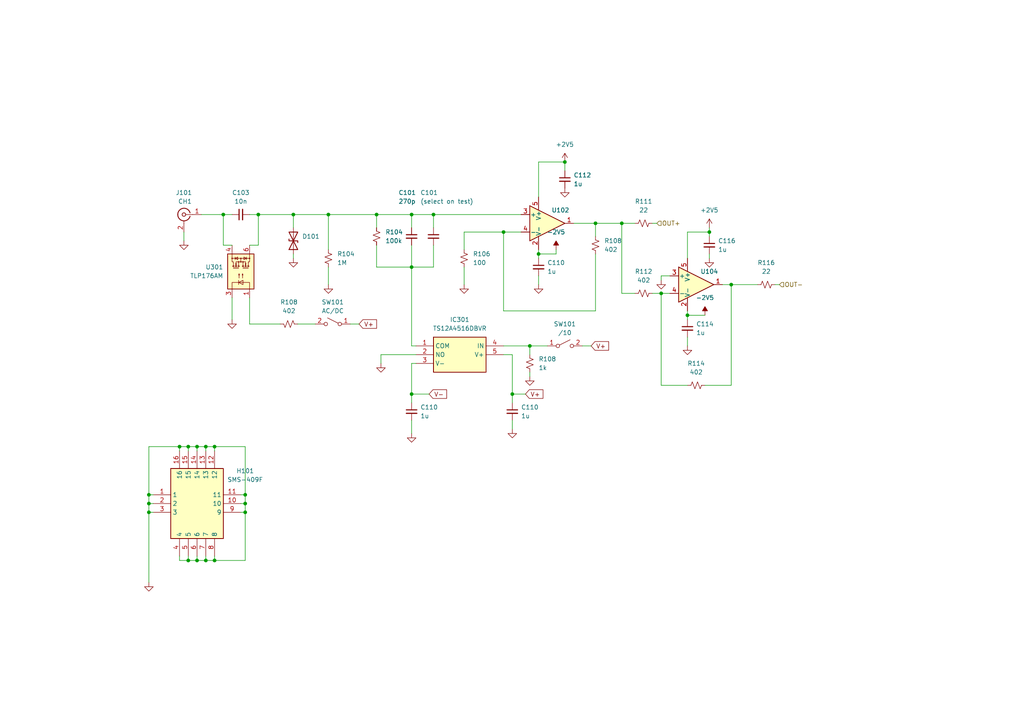
<source format=kicad_sch>
(kicad_sch (version 20230121) (generator eeschema)
  (paper "A4")
  (lib_symbols
    (symbol "Amplifier_Operational:OPA356xxDBV" (pin_names (offset 0.127))
      (property "Reference" "U" (at -1.27 6.35 0))
      (property "Value" "OPA356xxDBV" (at -1.27 3.81 0))
      (symbol "OPA356xxDBV_0_1"
        (polyline (pts (xy -5.08 5.08) (xy 5.08 0) (xy -5.08 -5.08) (xy -5.08 5.08)) (stroke (width 0.254)) (fill (type background)))
        (pin power_in line (at -2.54 -7.62 90) (length 3.81) (name "V-") (number "2"))
        (pin power_in line (at -2.54 7.62 270) (length 3.81) (name "V+") (number "5"))
      )
      (symbol "OPA356xxDBV_1_1"
        (pin output line (at 7.62 0 180) (length 2.54) (name "~") (number "1"))
        (pin input line (at -7.62 2.54 0) (length 2.54) (name "+") (number "3"))
        (pin input line (at -7.62 -2.54 0) (length 2.54) (name "-") (number "4"))
      )
    )
    (symbol "Connector:Conn_Coaxial" (pin_names (offset 1.016) hide)
      (property "Reference" "J" (at 0.254 3.048 0))
      (property "Value" "Conn_Coaxial" (at 2.921 0 90))
      (symbol "Conn_Coaxial_0_1"
        (arc (start -1.778 -0.508) (mid 0.2311 -1.8066) (end 1.778 0) (stroke (width 0.254)))
        (polyline (pts (xy -2.54 0) (xy -0.508 0)))
        (polyline (pts (xy 0 -2.54) (xy 0 -1.778)))
        (circle (center 0 0) (radius 0.508) (stroke (width 0.2032)))
        (arc (start 1.778 0) (mid 0.2099 1.8101) (end -1.778 0.508) (stroke (width 0.254)))
      )
      (symbol "Conn_Coaxial_1_1"
        (pin passive line (at -5.08 0 0) (length 2.54) (name "In") (number "1"))
        (pin passive line (at 0 -5.08 90) (length 2.54) (name "Ext") (number "2"))
      )
    )
    (symbol "Device:C_Small" (pin_numbers hide) (pin_names (offset 0.254) hide)
      (property "Reference" "C" (at 0.254 1.778 0))
      (property "Value" "C_Small" (at 0.254 -2.032 0))
      (symbol "C_Small_0_1"
        (polyline (pts (xy -1.524 -0.508) (xy 1.524 -0.508)) (stroke (width 0.3302)))
        (polyline (pts (xy -1.524 0.508) (xy 1.524 0.508)) (stroke (width 0.3048)))
      )
      (symbol "C_Small_1_1"
        (pin passive line (at 0 2.54 270) (length 2.032) (name "~") (number "1"))
        (pin passive line (at 0 -2.54 90) (length 2.032) (name "~") (number "2"))
      )
    )
    (symbol "Device:D_TVS" (pin_numbers hide) (pin_names (offset 1.016) hide)
      (property "Reference" "D" (at 0 2.54 0))
      (property "Value" "D_TVS" (at 0 -2.54 0))
      (symbol "D_TVS_0_1"
        (polyline (pts (xy 1.27 0) (xy -1.27 0)))
        (polyline (pts (xy 0.508 1.27) (xy 0 1.27) (xy 0 -1.27) (xy -0.508 -1.27)) (stroke (width 0.254)))
        (polyline (pts (xy -2.54 1.27) (xy -2.54 -1.27) (xy 2.54 1.27) (xy 2.54 -1.27) (xy -2.54 1.27)) (stroke (width 0.254)))
      )
      (symbol "D_TVS_1_1"
        (pin passive line (at -3.81 0 0) (length 2.54) (name "A1") (number "1"))
        (pin passive line (at 3.81 0 180) (length 2.54) (name "A2") (number "2"))
      )
    )
    (symbol "Device:R_Small_US" (pin_numbers hide) (pin_names (offset 0.254) hide)
      (property "Reference" "R" (at 0.762 0.508 0))
      (property "Value" "R_Small_US" (at 0.762 -1.016 0))
      (symbol "R_Small_US_1_1"
        (polyline (pts (xy 0 0) (xy 1.016 -0.381) (xy 0 -0.762) (xy -1.016 -1.143) (xy 0 -1.524)))
        (polyline (pts (xy 0 1.524) (xy 1.016 1.143) (xy 0 0.762) (xy -1.016 0.381) (xy 0 0)))
        (pin passive line (at 0 2.54 270) (length 1.016) (name "~") (number "1"))
        (pin passive line (at 0 -2.54 90) (length 1.016) (name "~") (number "2"))
      )
    )
    (symbol "Relay_SolidState:TLP175A"
      (property "Reference" "U" (at -5.08 4.953 0))
      (property "Value" "TLP175A" (at -5.08 -5.08 0))
      (symbol "TLP175A_0_1"
        (rectangle (start -5.08 3.81) (end 5.08 -3.81) (stroke (width 0.254)) (fill (type background)))
        (polyline (pts (xy -3.81 -0.635) (xy -2.54 -0.635)))
        (polyline (pts (xy 1.016 -0.635) (xy 1.016 -2.159)) (stroke (width 0.2032)))
        (polyline (pts (xy 1.016 2.159) (xy 1.016 0.635)) (stroke (width 0.2032)))
        (polyline (pts (xy 1.524 -0.508) (xy 1.524 -0.762)) (stroke (width 0.3556)))
        (polyline (pts (xy 2.794 0) (xy 3.81 0)))
        (polyline (pts (xy 3.429 -1.651) (xy 4.191 -1.651)))
        (polyline (pts (xy 3.429 1.651) (xy 4.191 1.651)))
        (polyline (pts (xy 3.81 -2.54) (xy 3.81 2.54)))
        (polyline (pts (xy 1.524 -2.032) (xy 1.524 -2.286) (xy 1.524 -2.286)) (stroke (width 0.3556)))
        (polyline (pts (xy 1.524 -1.27) (xy 1.524 -1.524) (xy 1.524 -1.524)) (stroke (width 0.3556)))
        (polyline (pts (xy 1.524 0.762) (xy 1.524 0.508) (xy 1.524 0.508)) (stroke (width 0.3556)))
        (polyline (pts (xy 1.524 1.524) (xy 1.524 1.27) (xy 1.524 1.27)) (stroke (width 0.3556)))
        (polyline (pts (xy 1.524 2.286) (xy 1.524 2.032) (xy 1.524 2.032)) (stroke (width 0.3556)))
        (polyline (pts (xy 1.651 -1.397) (xy 2.794 -1.397) (xy 2.794 -0.635)))
        (polyline (pts (xy 1.651 1.397) (xy 2.794 1.397) (xy 2.794 0.635)))
        (polyline (pts (xy -5.08 2.54) (xy -3.175 2.54) (xy -3.175 -2.54) (xy -5.08 -2.54)))
        (polyline (pts (xy -3.175 -0.635) (xy -3.81 0.635) (xy -2.54 0.635) (xy -3.175 -0.635)))
        (polyline (pts (xy 1.651 -2.159) (xy 2.794 -2.159) (xy 2.794 -2.54) (xy 5.08 -2.54)))
        (polyline (pts (xy 1.651 -0.635) (xy 2.794 -0.635) (xy 2.794 0.635) (xy 1.651 0.635)))
        (polyline (pts (xy 1.651 2.159) (xy 2.794 2.159) (xy 2.794 2.54) (xy 5.08 2.54)))
        (polyline (pts (xy 1.778 -1.397) (xy 2.286 -1.27) (xy 2.286 -1.524) (xy 1.778 -1.397)))
        (polyline (pts (xy 1.778 1.397) (xy 2.286 1.524) (xy 2.286 1.27) (xy 1.778 1.397)))
        (polyline (pts (xy 3.81 -1.651) (xy 3.429 -0.889) (xy 4.191 -0.889) (xy 3.81 -1.651)))
        (polyline (pts (xy 3.81 1.651) (xy 3.429 0.889) (xy 4.191 0.889) (xy 3.81 1.651)))
        (polyline (pts (xy -1.905 -0.508) (xy -0.635 -0.508) (xy -1.016 -0.635) (xy -1.016 -0.381) (xy -0.635 -0.508)))
        (polyline (pts (xy -1.905 0.508) (xy -0.635 0.508) (xy -1.016 0.381) (xy -1.016 0.635) (xy -0.635 0.508)))
        (circle (center 2.794 -0.635) (radius 0.127))
        (circle (center 2.794 0) (radius 0.127))
        (circle (center 2.794 0.635) (radius 0.127))
        (circle (center 3.81 -2.54) (radius 0.127))
        (circle (center 3.81 0) (radius 0.127))
        (circle (center 3.81 2.54) (radius 0.127))
      )
      (symbol "TLP175A_1_1"
        (pin passive line (at -7.62 2.54 0) (length 2.54) (name "~") (number "1"))
        (pin passive line (at -7.62 -2.54 0) (length 2.54) (name "~") (number "3"))
        (pin passive line (at 7.62 -2.54 180) (length 2.54) (name "~") (number "4"))
        (pin passive line (at 7.62 2.54 180) (length 2.54) (name "~") (number "6"))
      )
    )
    (symbol "SMS409F:SMS-409F"
      (property "Reference" "H" (at 21.59 12.7 0))
      (property "Value" "SMS-409F" (at 21.59 10.16 0))
      (symbol "SMS-409F_1_1"
        (rectangle (start 5.08 7.62) (end 20.32 -12.7) (stroke (width 0.254)) (fill (type background)))
        (pin passive line (at 0 0 0) (length 5.08) (name "1") (number "1"))
        (pin passive line (at 25.4 -2.54 180) (length 5.08) (name "10") (number "10"))
        (pin passive line (at 25.4 0 180) (length 5.08) (name "11") (number "11"))
        (pin passive line (at 17.78 12.7 270) (length 5.08) (name "12") (number "12"))
        (pin passive line (at 15.24 12.7 270) (length 5.08) (name "13") (number "13"))
        (pin passive line (at 12.7 12.7 270) (length 5.08) (name "14") (number "14"))
        (pin passive line (at 10.16 12.7 270) (length 5.08) (name "15") (number "15"))
        (pin passive line (at 7.62 12.7 270) (length 5.08) (name "16") (number "16"))
        (pin passive line (at 0 -2.54 0) (length 5.08) (name "2") (number "2"))
        (pin passive line (at 0 -5.08 0) (length 5.08) (name "3") (number "3"))
        (pin passive line (at 7.62 -17.78 90) (length 5.08) (name "4") (number "4"))
        (pin passive line (at 10.16 -17.78 90) (length 5.08) (name "5") (number "5"))
        (pin passive line (at 12.7 -17.78 90) (length 5.08) (name "6") (number "6"))
        (pin passive line (at 15.24 -17.78 90) (length 5.08) (name "7") (number "7"))
        (pin passive line (at 17.78 -17.78 90) (length 5.08) (name "8") (number "8"))
        (pin passive line (at 25.4 -5.08 180) (length 5.08) (name "9") (number "9"))
      )
    )
    (symbol "Switch:SW_SPST" (pin_names (offset 0) hide)
      (property "Reference" "SW" (at 0 3.175 0))
      (property "Value" "SW_SPST" (at 0 -2.54 0))
      (symbol "SW_SPST_0_0"
        (circle (center -2.032 0) (radius 0.508))
        (polyline (pts (xy -1.524 0.254) (xy 1.524 1.778)))
        (circle (center 2.032 0) (radius 0.508))
      )
      (symbol "SW_SPST_1_1"
        (pin passive line (at -5.08 0 0) (length 2.54) (name "A") (number "1"))
        (pin passive line (at 5.08 0 180) (length 2.54) (name "B") (number "2"))
      )
    )
    (symbol "TS12A4516:TS12A4516DBVR"
      (property "Reference" "IC" (at 21.59 7.62 0))
      (property "Value" "TS12A4516DBVR" (at 21.59 5.08 0))
      (symbol "TS12A4516DBVR_1_1"
        (rectangle (start 5.08 2.54) (end 20.32 -7.62) (stroke (width 0.254)) (fill (type background)))
        (pin passive line (at 0 0 0) (length 5.08) (name "COM") (number "1"))
        (pin passive line (at 0 -2.54 0) (length 5.08) (name "NO") (number "2"))
        (pin passive line (at 0 -5.08 0) (length 5.08) (name "V-") (number "3"))
        (pin passive line (at 25.4 0 180) (length 5.08) (name "IN") (number "4"))
        (pin passive line (at 25.4 -2.54 180) (length 5.08) (name "V+") (number "5"))
      )
    )
    (symbol "power:+2V5" (power) (pin_names (offset 0))
      (property "Value" "+2V5" (at 0 3.556 0))
      (symbol "+2V5_0_1"
        (polyline (pts (xy -0.762 1.27) (xy 0 2.54)))
        (polyline (pts (xy 0 0) (xy 0 2.54)))
        (polyline (pts (xy 0 2.54) (xy 0.762 1.27)))
      )
      (symbol "+2V5_1_1"
        (pin power_in line (at 0 0 90) (length 0) hide (name "+2V5") (number "1"))
      )
    )
    (symbol "power:-2V5" (power) (pin_names (offset 0))
      (property "Value" "-2V5" (at 0 3.81 0))
      (symbol "-2V5_0_0"
        (pin power_in line (at 0 0 90) (length 0) hide (name "-2V5") (number "1"))
      )
      (symbol "-2V5_0_1"
        (polyline (pts (xy 0 0) (xy 0 1.27) (xy 0.762 1.27) (xy 0 2.54) (xy -0.762 1.27) (xy 0 1.27)) (fill (type outline)))
      )
    )
    (symbol "power:GND" (power) (pin_names (offset 0))
      (property "Value" "GND" (at 0 -3.81 0))
      (symbol "GND_0_1"
        (polyline (pts (xy 0 0) (xy 0 -1.27) (xy 1.27 -1.27) (xy 0 -2.54) (xy -1.27 -1.27) (xy 0 -1.27)))
      )
      (symbol "GND_1_1"
        (pin power_in line (at 0 0 270) (length 0) hide (name "GND") (number "1"))
      )
    )
  )
  (junction (at 85.09 62.23))
  (junction (at 43.18 143.51))
  (junction (at 156.21 73.66))
  (junction (at 109.22 62.23))
  (junction (at 62.23 129.54))
  (junction (at 119.38 77.47))
  (junction (at 43.18 146.05))
  (junction (at 71.12 143.51))
  (junction (at 59.69 129.54))
  (junction (at 119.38 62.23))
  (junction (at 52.07 129.54))
  (junction (at 199.39 91.44))
  (junction (at 212.09 82.55))
  (junction (at 64.77 62.23))
  (junction (at 191.77 85.09))
  (junction (at 74.93 62.23))
  (junction (at 172.72 64.77))
  (junction (at 119.38 114.3))
  (junction (at 95.25 62.23))
  (junction (at 57.15 162.56))
  (junction (at 205.74 67.31))
  (junction (at 43.18 148.59))
  (junction (at 153.67 100.33))
  (junction (at 71.12 146.05))
  (junction (at 62.23 162.56))
  (junction (at 59.69 162.56))
  (junction (at 54.61 162.56))
  (junction (at 146.05 67.31))
  (junction (at 71.12 148.59))
  (junction (at 57.15 129.54))
  (junction (at 148.59 114.3))
  (junction (at 125.73 62.23))
  (junction (at 163.83 46.99))
  (junction (at 54.61 129.54))
  (junction (at 180.34 64.77))
  (wire (pts (xy 52.07 129.54) (xy 52.07 130.81)))
  (wire (pts (xy 119.38 121.92) (xy 119.38 125.73)))
  (wire (pts (xy 109.22 62.23) (xy 109.22 66.04)))
  (wire (pts (xy 69.85 143.51) (xy 71.12 143.51)))
  (wire (pts (xy 119.38 77.47) (xy 119.38 100.33)))
  (wire (pts (xy 125.73 62.23) (xy 125.73 66.04)))
  (wire (pts (xy 59.69 161.29) (xy 59.69 162.56)))
  (wire (pts (xy 199.39 90.17) (xy 199.39 91.44)))
  (wire (pts (xy 119.38 105.41) (xy 119.38 114.3)))
  (wire (pts (xy 199.39 111.76) (xy 191.77 111.76)))
  (wire (pts (xy 52.07 129.54) (xy 54.61 129.54)))
  (wire (pts (xy 54.61 129.54) (xy 54.61 130.81)))
  (wire (pts (xy 224.79 82.55) (xy 226.06 82.55)))
  (wire (pts (xy 172.72 73.66) (xy 172.72 90.17)))
  (wire (pts (xy 110.49 102.87) (xy 110.49 105.41)))
  (wire (pts (xy 62.23 129.54) (xy 62.23 130.81)))
  (wire (pts (xy 146.05 67.31) (xy 134.62 67.31)))
  (wire (pts (xy 148.59 114.3) (xy 148.59 116.84)))
  (wire (pts (xy 156.21 80.01) (xy 156.21 82.55)))
  (wire (pts (xy 156.21 73.66) (xy 156.21 74.93)))
  (wire (pts (xy 71.12 143.51) (xy 71.12 146.05)))
  (wire (pts (xy 205.74 73.66) (xy 205.74 74.93)))
  (wire (pts (xy 153.67 102.87) (xy 153.67 100.33)))
  (wire (pts (xy 72.39 71.12) (xy 74.93 71.12)))
  (wire (pts (xy 151.13 67.31) (xy 146.05 67.31)))
  (wire (pts (xy 59.69 162.56) (xy 57.15 162.56)))
  (wire (pts (xy 191.77 80.01) (xy 191.77 81.28)))
  (wire (pts (xy 64.77 62.23) (xy 67.31 62.23)))
  (wire (pts (xy 205.74 66.04) (xy 205.74 67.31)))
  (wire (pts (xy 119.38 62.23) (xy 119.38 66.04)))
  (wire (pts (xy 134.62 77.47) (xy 134.62 82.55)))
  (wire (pts (xy 152.4 114.3) (xy 148.59 114.3)))
  (wire (pts (xy 172.72 64.77) (xy 180.34 64.77)))
  (wire (pts (xy 191.77 85.09) (xy 194.31 85.09)))
  (wire (pts (xy 146.05 100.33) (xy 153.67 100.33)))
  (wire (pts (xy 43.18 146.05) (xy 43.18 143.51)))
  (wire (pts (xy 52.07 162.56) (xy 52.07 161.29)))
  (wire (pts (xy 62.23 161.29) (xy 62.23 162.56)))
  (wire (pts (xy 199.39 97.79) (xy 199.39 100.33)))
  (wire (pts (xy 163.83 49.53) (xy 163.83 46.99)))
  (wire (pts (xy 43.18 148.59) (xy 44.45 148.59)))
  (wire (pts (xy 59.69 129.54) (xy 59.69 130.81)))
  (wire (pts (xy 146.05 90.17) (xy 146.05 67.31)))
  (wire (pts (xy 156.21 46.99) (xy 156.21 57.15)))
  (wire (pts (xy 120.65 105.41) (xy 119.38 105.41)))
  (wire (pts (xy 119.38 100.33) (xy 120.65 100.33)))
  (wire (pts (xy 43.18 146.05) (xy 44.45 146.05)))
  (wire (pts (xy 62.23 129.54) (xy 71.12 129.54)))
  (wire (pts (xy 85.09 62.23) (xy 85.09 66.04)))
  (wire (pts (xy 109.22 71.12) (xy 109.22 77.47)))
  (wire (pts (xy 163.83 46.99) (xy 156.21 46.99)))
  (wire (pts (xy 120.65 102.87) (xy 110.49 102.87)))
  (wire (pts (xy 156.21 73.66) (xy 161.29 73.66)))
  (wire (pts (xy 199.39 91.44) (xy 204.47 91.44)))
  (wire (pts (xy 156.21 72.39) (xy 156.21 73.66)))
  (wire (pts (xy 119.38 114.3) (xy 119.38 116.84)))
  (wire (pts (xy 71.12 129.54) (xy 71.12 143.51)))
  (wire (pts (xy 53.34 67.31) (xy 53.34 69.85)))
  (wire (pts (xy 43.18 168.91) (xy 43.18 148.59)))
  (wire (pts (xy 172.72 64.77) (xy 172.72 68.58)))
  (wire (pts (xy 125.73 77.47) (xy 119.38 77.47)))
  (wire (pts (xy 43.18 143.51) (xy 43.18 129.54)))
  (wire (pts (xy 124.46 114.3) (xy 119.38 114.3)))
  (wire (pts (xy 199.39 67.31) (xy 205.74 67.31)))
  (wire (pts (xy 72.39 86.36) (xy 72.39 93.98)))
  (wire (pts (xy 59.69 129.54) (xy 62.23 129.54)))
  (wire (pts (xy 184.15 85.09) (xy 180.34 85.09)))
  (wire (pts (xy 189.23 64.77) (xy 190.5 64.77)))
  (wire (pts (xy 148.59 121.92) (xy 148.59 124.46)))
  (wire (pts (xy 54.61 129.54) (xy 57.15 129.54)))
  (wire (pts (xy 212.09 82.55) (xy 212.09 111.76)))
  (wire (pts (xy 166.37 64.77) (xy 172.72 64.77)))
  (wire (pts (xy 69.85 146.05) (xy 71.12 146.05)))
  (wire (pts (xy 71.12 162.56) (xy 62.23 162.56)))
  (wire (pts (xy 148.59 102.87) (xy 148.59 114.3)))
  (wire (pts (xy 194.31 80.01) (xy 191.77 80.01)))
  (wire (pts (xy 125.73 71.12) (xy 125.73 77.47)))
  (wire (pts (xy 57.15 161.29) (xy 57.15 162.56)))
  (wire (pts (xy 64.77 62.23) (xy 64.77 71.12)))
  (wire (pts (xy 69.85 148.59) (xy 71.12 148.59)))
  (wire (pts (xy 104.14 93.98) (xy 101.6 93.98)))
  (wire (pts (xy 43.18 148.59) (xy 43.18 146.05)))
  (wire (pts (xy 57.15 162.56) (xy 54.61 162.56)))
  (wire (pts (xy 57.15 129.54) (xy 57.15 130.81)))
  (wire (pts (xy 54.61 161.29) (xy 54.61 162.56)))
  (wire (pts (xy 43.18 129.54) (xy 52.07 129.54)))
  (wire (pts (xy 180.34 64.77) (xy 180.34 85.09)))
  (wire (pts (xy 146.05 102.87) (xy 148.59 102.87)))
  (wire (pts (xy 191.77 111.76) (xy 191.77 85.09)))
  (wire (pts (xy 161.29 72.39) (xy 161.29 73.66)))
  (wire (pts (xy 199.39 91.44) (xy 199.39 92.71)))
  (wire (pts (xy 125.73 62.23) (xy 151.13 62.23)))
  (wire (pts (xy 57.15 129.54) (xy 59.69 129.54)))
  (wire (pts (xy 153.67 107.95) (xy 153.67 109.22)))
  (wire (pts (xy 171.45 100.33) (xy 168.91 100.33)))
  (wire (pts (xy 119.38 77.47) (xy 119.38 71.12)))
  (wire (pts (xy 119.38 62.23) (xy 125.73 62.23)))
  (wire (pts (xy 180.34 64.77) (xy 184.15 64.77)))
  (wire (pts (xy 212.09 82.55) (xy 219.71 82.55)))
  (wire (pts (xy 74.93 62.23) (xy 74.93 71.12)))
  (wire (pts (xy 74.93 62.23) (xy 85.09 62.23)))
  (wire (pts (xy 54.61 162.56) (xy 52.07 162.56)))
  (wire (pts (xy 172.72 90.17) (xy 146.05 90.17)))
  (wire (pts (xy 58.42 62.23) (xy 64.77 62.23)))
  (wire (pts (xy 85.09 73.66) (xy 85.09 74.93)))
  (wire (pts (xy 153.67 100.33) (xy 158.75 100.33)))
  (wire (pts (xy 95.25 72.39) (xy 95.25 62.23)))
  (wire (pts (xy 134.62 67.31) (xy 134.62 72.39)))
  (wire (pts (xy 95.25 77.47) (xy 95.25 82.55)))
  (wire (pts (xy 204.47 111.76) (xy 212.09 111.76)))
  (wire (pts (xy 71.12 146.05) (xy 71.12 148.59)))
  (wire (pts (xy 95.25 62.23) (xy 109.22 62.23)))
  (wire (pts (xy 85.09 62.23) (xy 95.25 62.23)))
  (wire (pts (xy 67.31 71.12) (xy 64.77 71.12)))
  (wire (pts (xy 91.44 93.98) (xy 86.36 93.98)))
  (wire (pts (xy 72.39 62.23) (xy 74.93 62.23)))
  (wire (pts (xy 209.55 82.55) (xy 212.09 82.55)))
  (wire (pts (xy 109.22 62.23) (xy 119.38 62.23)))
  (wire (pts (xy 67.31 86.36) (xy 67.31 92.71)))
  (wire (pts (xy 189.23 85.09) (xy 191.77 85.09)))
  (wire (pts (xy 81.28 93.98) (xy 72.39 93.98)))
  (wire (pts (xy 43.18 143.51) (xy 44.45 143.51)))
  (wire (pts (xy 205.74 67.31) (xy 205.74 68.58)))
  (wire (pts (xy 62.23 162.56) (xy 59.69 162.56)))
  (wire (pts (xy 199.39 74.93) (xy 199.39 67.31)))
  (wire (pts (xy 109.22 77.47) (xy 119.38 77.47)))
  (wire (pts (xy 71.12 148.59) (xy 71.12 162.56)))
  (global_label "V+" (shape input) (at 152.4 114.3 0) (property "Intersheetrefs" "${INTERSHEET_REFS}" (effects hide)))
  (global_label "V+" (shape input) (at 104.14 93.98 0) (property "Intersheetrefs" "${INTERSHEET_REFS}" (effects hide)))
  (global_label "V-" (shape input) (at 124.46 114.3 0) (property "Intersheetrefs" "${INTERSHEET_REFS}" (effects hide)))
  (global_label "V+" (shape input) (at 171.45 100.33 0) (property "Intersheetrefs" "${INTERSHEET_REFS}" (effects hide)))
  (hierarchical_label "OUT+" (shape input) (at 190.5 64.77 0))
  (hierarchical_label "OUT-" (shape input) (at 226.06 82.55 0))
  (symbol (lib_id "Relay_SolidState:TLP175A") (at 69.85 78.74 270) (mirror x) (unit 1)
    (property "Reference" "U301" (at 64.77 77.47 90) (effects (justify right)))
    (property "Value" "TLP176AM" (at 64.77 80.01 90) (effects (justify right)))
    (property "Footprint" "Package_SO:MFSOP6-4_4.4x3.6mm_P1.27mm" (effects hide))
    (property "Datasheet" "https://toshiba.semicon-storage.com/info/docget.jsp?did=13665&prodName=TLP175A" (effects hide))
    (instances (project "AD3 Front End Amplifier" (path "" (reference "U301") (unit 1)) (path "" (reference "U201") (unit 1))))
  )
  (symbol (lib_id "power:GND") (at 110.49 105.41 0) (unit 1)
    (property "Reference" "#PWR0112" (effects hide))
    (property "Value" "GND" (effects hide))
    (instances (project "AD3 Front End Amplifier" (path "" (reference "#PWR0112") (unit 1)) (path "" (reference "#PWR0306") (unit 1)) (path "" (reference "#PWR0206") (unit 1))))
  )
  (symbol (lib_id "power:-2V5") (at 204.47 91.44 0) (unit 1)
    (property "Reference" "#PWR0128" (effects hide))
    (property "Value" "-2V5" (at 204.47 86.36 0))
    (instances (project "AD3 Front End Amplifier" (path "" (reference "#PWR0128") (unit 1)) (path "" (reference "#PWR0316") (unit 1)) (path "" (reference "#PWR0216") (unit 1))))
  )
  (symbol (lib_id "TS12A4516:TS12A4516DBVR") (at 120.65 100.33 0) (unit 1)
    (property "Reference" "IC301" (at 133.35 92.71 0))
    (property "Value" "TS12A4516DBVR" (at 133.35 95.25 0))
    (property "Footprint" "SOT95P280X145-5N" (effects hide))
    (property "Datasheet" "http://www.ti.com/lit/gpn/ts12a4516" (effects hide))
    (property "Height" "1.45" (effects hide))
    (property "Mouser Part Number" "595-TS12A4516DBVR" (effects hide))
    (property "Mouser Price/Stock" "https://www.mouser.co.uk/ProductDetail/Texas-Instruments/TS12A4516DBVR?qs=dqESbKqT1jaKM3WQIV4F8g%3D%3D" (effects hide))
    (property "Manufacturer_Name" "Texas Instruments" (effects hide))
    (property "Manufacturer_Part_Number" "TS12A4516DBVR" (effects hide))
    (instances (project "AD3 Front End Amplifier" (path "" (reference "IC301") (unit 1)) (path "" (reference "IC201") (unit 1))))
  )
  (symbol (lib_id "Device:R_Small_US") (at 134.62 74.93 0) (unit 1)
    (property "Reference" "R106" (at 137.16 73.66 0) (effects (justify left)))
    (property "Value" "100" (at 137.16 76.2 0) (effects (justify left)))
    (property "Footprint" "Resistor_SMD:R_0402_1005Metric_Pad0.72x0.64mm_HandSolder" (effects hide))
    (instances (project "AD3 Front End Amplifier" (path "" (reference "R106") (unit 1)) (path "" (reference "R304") (unit 1)) (path "" (reference "R204") (unit 1))))
  )
  (symbol (lib_id "power:GND") (at 153.67 109.22 0) (unit 1)
    (property "Reference" "#PWR0114" (effects hide))
    (property "Value" "GND" (effects hide))
    (instances (project "AD3 Front End Amplifier" (path "" (reference "#PWR0114") (unit 1)) (path "" (reference "#PWR0319") (unit 1)) (path "" (reference "#PWR0219") (unit 1))))
  )
  (symbol (lib_id "Device:C_Small") (at 199.39 95.25 0) (unit 1)
    (property "Reference" "C114" (at 201.93 93.9863 0) (effects (justify left)))
    (property "Value" "1u" (at 201.93 96.52 0) (effects (justify left)))
    (property "Footprint" "Capacitor_SMD:C_0402_1005Metric_Pad0.74x0.62mm_HandSolder" (effects hide))
    (instances (project "AD3 Front End Amplifier" (path "" (reference "C114") (unit 1)) (path "" (reference "C307") (unit 1)) (path "" (reference "C207") (unit 1))))
  )
  (symbol (lib_id "Device:R_Small_US") (at 109.22 68.58 0) (unit 1)
    (property "Reference" "R104" (at 111.76 67.31 0) (effects (justify left)))
    (property "Value" "100k" (at 111.76 69.85 0) (effects (justify left)))
    (property "Footprint" "Resistor_SMD:R_0805_2012Metric_Pad1.20x1.40mm_HandSolder" (effects hide))
    (instances (project "AD3 Front End Amplifier" (path "" (reference "R104") (unit 1)) (path "" (reference "R303") (unit 1)) (path "" (reference "R203") (unit 1))))
  )
  (symbol (lib_id "Device:D_TVS") (at 85.09 69.85 90) (unit 1)
    (property "Reference" "D101" (at 87.63 68.58 90) (effects (justify right)))
    (property "Value" "D_TVS" (effects hide))
    (property "Footprint" "Diode_SMD:D_0402_1005Metric_Pad0.77x0.64mm_HandSolder" (effects hide))
    (property "Part Number" "ESDSLC5V0LB-TP" (effects hide))
    (instances (project "AD3 Front End Amplifier" (path "" (reference "D101") (unit 1)) (path "" (reference "D301") (unit 1)) (path "" (reference "D201") (unit 1))))
  )
  (symbol (lib_id "Amplifier_Operational:OPA356xxDBV") (at 158.75 64.77 0) (unit 1)
    (property "Reference" "U102" (at 162.56 60.96 0))
    (property "Value" "OPA356xxDBV" (effects hide))
    (property "Footprint" "Package_TO_SOT_SMD:SOT-23-5" (effects hide))
    (property "Datasheet" "http://www.ti.com/lit/ds/symlink/opa356.pdf" (effects hide))
    (instances (project "AD3 Front End Amplifier" (path "" (reference "U102") (unit 1)) (path "" (reference "U302") (unit 1)) (path "" (reference "U202") (unit 1))))
  )
  (symbol (lib_id "power:GND") (at 95.25 82.55 0) (unit 1)
    (property "Reference" "#PWR0110" (effects hide))
    (property "Value" "GND" (effects hide))
    (instances (project "AD3 Front End Amplifier" (path "" (reference "#PWR0110") (unit 1)) (path "" (reference "#PWR0305") (unit 1)) (path "" (reference "#PWR0205") (unit 1))))
  )
  (symbol (lib_id "Device:C_Small") (at 119.38 68.58 0) (unit 1)
    (property "Reference" "C101" (at 115.57 55.88 0) (effects (justify left)))
    (property "Value" "270p" (at 115.57 58.42 0) (effects (justify left)))
    (property "Footprint" "Capacitor_SMD:C_0402_1005Metric_Pad0.74x0.62mm_HandSolder" (effects hide))
    (property "Part Number" "GRM1555C1H271JA01J" (effects hide))
    (instances (project "AD3 Front End Amplifier" (path "" (reference "C101") (unit 1)) (path "" (reference "C302") (unit 1)) (path "" (reference "C202") (unit 1))))
  )
  (symbol (lib_id "Device:R_Small_US") (at 95.25 74.93 0) (unit 1)
    (property "Reference" "R104" (at 97.79 73.66 0) (effects (justify left)))
    (property "Value" "1M" (at 97.79 76.2 0) (effects (justify left)))
    (property "Footprint" "Resistor_SMD:R_0805_2012Metric_Pad1.20x1.40mm_HandSolder" (effects hide))
    (instances (project "AD3 Front End Amplifier" (path "" (reference "R104") (unit 1)) (path "" (reference "R302") (unit 1)) (path "" (reference "R202") (unit 1))))
  )
  (symbol (lib_id "power:GND") (at 191.77 81.28 0) (unit 1)
    (property "Reference" "#PWR0122" (effects hide))
    (property "Value" "GND" (effects hide))
    (instances (project "AD3 Front End Amplifier" (path "" (reference "#PWR0122") (unit 1)) (path "" (reference "#PWR0314") (unit 1)) (path "" (reference "#PWR0214") (unit 1))))
  )
  (symbol (lib_id "Device:C_Small") (at 119.38 119.38 0) (unit 1)
    (property "Reference" "C110" (at 121.92 118.1163 0) (effects (justify left)))
    (property "Value" "1u" (at 121.92 120.65 0) (effects (justify left)))
    (property "Footprint" "Capacitor_SMD:C_0402_1005Metric_Pad0.74x0.62mm_HandSolder" (effects hide))
    (instances (project "AD3 Front End Amplifier" (path "" (reference "C110") (unit 1)) (path "" (reference "C303") (unit 1)) (path "" (reference "C203") (unit 1))))
  )
  (symbol (lib_id "power:-2V5") (at 161.29 72.39 0) (unit 1)
    (property "Reference" "#PWR0116" (effects hide))
    (property "Value" "-2V5" (at 161.29 67.31 0))
    (instances (project "AD3 Front End Amplifier" (path "" (reference "#PWR0116") (unit 1)) (path "" (reference "#PWR0311") (unit 1)) (path "" (reference "#PWR0211") (unit 1))))
  )
  (symbol (lib_id "Device:R_Small_US") (at 186.69 64.77 90) (unit 1)
    (property "Reference" "R111" (at 186.69 58.42 90))
    (property "Value" "22" (at 186.69 60.96 90))
    (property "Footprint" "Resistor_SMD:R_0402_1005Metric_Pad0.72x0.64mm_HandSolder" (effects hide))
    (instances (project "AD3 Front End Amplifier" (path "" (reference "R111") (unit 1)) (path "" (reference "R307") (unit 1)) (path "" (reference "R207") (unit 1))))
  )
  (symbol (lib_id "Device:R_Small_US") (at 186.69 85.09 270) (unit 1)
    (property "Reference" "R112" (at 186.69 78.74 90))
    (property "Value" "402" (at 186.69 81.28 90))
    (property "Footprint" "Resistor_SMD:R_0402_1005Metric_Pad0.72x0.64mm_HandSolder" (effects hide))
    (instances (project "AD3 Front End Amplifier" (path "" (reference "R112") (unit 1)) (path "" (reference "R308") (unit 1)) (path "" (reference "R208") (unit 1))))
  )
  (symbol (lib_id "power:GND") (at 119.38 125.73 0) (unit 1)
    (property "Reference" "#PWR0110" (effects hide))
    (property "Value" "GND" (effects hide))
    (instances (project "AD3 Front End Amplifier" (path "" (reference "#PWR0110") (unit 1)) (path "" (reference "#PWR0307") (unit 1)) (path "" (reference "#PWR0207") (unit 1))))
  )
  (symbol (lib_id "Device:R_Small_US") (at 201.93 111.76 270) (unit 1)
    (property "Reference" "R114" (at 201.93 105.41 90))
    (property "Value" "402" (at 201.93 107.95 90))
    (property "Footprint" "Resistor_SMD:R_0402_1005Metric_Pad0.72x0.64mm_HandSolder" (effects hide))
    (instances (project "AD3 Front End Amplifier" (path "" (reference "R114") (unit 1)) (path "" (reference "R309") (unit 1)) (path "" (reference "R209") (unit 1))))
  )
  (symbol (lib_id "Device:C_Small") (at 69.85 62.23 90) (unit 1)
    (property "Reference" "C103" (at 69.8563 55.88 90))
    (property "Value" "10n" (at 69.8563 58.42 90))
    (property "Footprint" "Capacitor_SMD:C_0805_2012Metric_Pad1.18x1.45mm_HandSolder" (effects hide))
    (property "Part Number" "ECH-U1C103JX5" (effects hide))
    (instances (project "AD3 Front End Amplifier" (path "" (reference "C103") (unit 1)) (path "" (reference "C301") (unit 1)) (path "" (reference "C201") (unit 1))))
  )
  (symbol (lib_id "Device:R_Small_US") (at 153.67 105.41 0) (unit 1)
    (property "Reference" "R108" (at 156.21 104.14 0) (effects (justify left)))
    (property "Value" "1k" (at 156.21 106.68 0) (effects (justify left)))
    (property "Footprint" "Resistor_SMD:R_0402_1005Metric_Pad0.72x0.64mm_HandSolder" (effects hide))
    (instances (project "AD3 Front End Amplifier" (path "" (reference "R108") (unit 1)) (path "" (reference "R305") (unit 1)) (path "" (reference "R205") (unit 1))))
  )
  (symbol (lib_id "Device:C_Small") (at 156.21 77.47 0) (unit 1)
    (property "Reference" "C110" (at 158.75 76.2063 0) (effects (justify left)))
    (property "Value" "1u" (at 158.75 78.74 0) (effects (justify left)))
    (property "Footprint" "Capacitor_SMD:C_0402_1005Metric_Pad0.74x0.62mm_HandSolder" (effects hide))
    (instances (project "AD3 Front End Amplifier" (path "" (reference "C110") (unit 1)) (path "" (reference "C305") (unit 1)) (path "" (reference "C205") (unit 1))))
  )
  (symbol (lib_id "Device:C_Small") (at 148.59 119.38 0) (unit 1)
    (property "Reference" "C110" (at 151.13 118.1163 0) (effects (justify left)))
    (property "Value" "1u" (at 151.13 120.65 0) (effects (justify left)))
    (property "Footprint" "Capacitor_SMD:C_0402_1005Metric_Pad0.74x0.62mm_HandSolder" (effects hide))
    (instances (project "AD3 Front End Amplifier" (path "" (reference "C110") (unit 1)) (path "" (reference "C304") (unit 1)) (path "" (reference "C204") (unit 1))))
  )
  (symbol (lib_id "power:+2V5") (at 205.74 66.04 0) (unit 1)
    (property "Reference" "#PWR0129" (effects hide))
    (property "Value" "+2V5" (at 205.74 60.96 0))
    (instances (project "AD3 Front End Amplifier" (path "" (reference "#PWR0129") (unit 1)) (path "" (reference "#PWR0317") (unit 1)) (path "" (reference "#PWR0217") (unit 1))))
  )
  (symbol (lib_id "power:GND") (at 134.62 82.55 0) (unit 1)
    (property "Reference" "#PWR0112" (effects hide))
    (property "Value" "GND" (effects hide))
    (instances (project "AD3 Front End Amplifier" (path "" (reference "#PWR0112") (unit 1)) (path "" (reference "#PWR0308") (unit 1)) (path "" (reference "#PWR0208") (unit 1))))
  )
  (symbol (lib_id "power:GND") (at 148.59 124.46 0) (unit 1)
    (property "Reference" "#PWR0110" (effects hide))
    (property "Value" "GND" (effects hide))
    (instances (project "AD3 Front End Amplifier" (path "" (reference "#PWR0110") (unit 1)) (path "" (reference "#PWR0309") (unit 1)) (path "" (reference "#PWR0209") (unit 1))))
  )
  (symbol (lib_id "Amplifier_Operational:OPA356xxDBV") (at 201.93 82.55 0) (unit 1)
    (property "Reference" "U104" (at 205.74 78.74 0))
    (property "Value" "OPA356xxDBV" (effects hide))
    (property "Footprint" "Package_TO_SOT_SMD:SOT-23-5" (effects hide))
    (property "Datasheet" "http://www.ti.com/lit/ds/symlink/opa356.pdf" (effects hide))
    (instances (project "AD3 Front End Amplifier" (path "" (reference "U104") (unit 1)) (path "" (reference "U303") (unit 1)) (path "" (reference "U203") (unit 1))))
  )
  (symbol (lib_id "Device:R_Small_US") (at 83.82 93.98 90) (mirror x) (unit 1)
    (property "Reference" "R108" (at 83.82 87.63 90))
    (property "Value" "402" (at 83.82 90.17 90))
    (property "Footprint" "Resistor_SMD:R_0402_1005Metric_Pad0.72x0.64mm_HandSolder" (effects hide))
    (instances (project "AD3 Front End Amplifier" (path "" (reference "R108") (unit 1)) (path "" (reference "R301") (unit 1)) (path "" (reference "R201") (unit 1))))
  )
  (symbol (lib_id "power:GND") (at 199.39 100.33 0) (unit 1)
    (property "Reference" "#PWR0124" (effects hide))
    (property "Value" "GND" (effects hide))
    (instances (project "AD3 Front End Amplifier" (path "" (reference "#PWR0124") (unit 1)) (path "" (reference "#PWR0315") (unit 1)) (path "" (reference "#PWR0215") (unit 1))))
  )
  (symbol (lib_id "Switch:SW_SPST") (at 163.83 100.33 0) (unit 1)
    (property "Reference" "SW101" (at 163.83 93.98 0))
    (property "Value" "/10" (at 163.83 96.52 0))
    (property "Footprint" "Button_Switch_THT:SW_DIP_SPSTx01_Slide_9.78x4.72mm_W7.62mm_P2.54mm" (effects hide))
    (instances (project "AD3 Front End Amplifier" (path "" (reference "SW101") (unit 1)) (path "" (reference "SW302") (unit 1)) (path "" (reference "SW202") (unit 1))))
  )
  (symbol (lib_id "power:GND") (at 43.18 168.91 0) (unit 1)
    (property "Reference" "#PWR0154" (effects hide))
    (property "Value" "GND" (effects hide))
    (instances (project "AD3 Front End Amplifier" (path "" (reference "#PWR0154") (unit 1)) (path "" (reference "#PWR0301") (unit 1)) (path "" (reference "#PWR0201") (unit 1))))
  )
  (symbol (lib_id "Device:C_Small") (at 125.73 68.58 0) (unit 1)
    (property "Reference" "C101" (at 121.92 55.88 0) (effects (justify left)))
    (property "Value" "(select on test)" (at 121.92 58.42 0) (effects (justify left)))
    (property "Footprint" "Capacitor_SMD:C_0402_1005Metric_Pad0.74x0.62mm_HandSolder" (effects hide))
    (property "Part Number" "GRM1555C1H271JA01J" (effects hide))
    (instances (project "AD3 Front End Amplifier" (path "" (reference "C101") (unit 1)) (path "" (reference "C309") (unit 1)) (path "" (reference "C209") (unit 1))))
  )
  (symbol (lib_id "Switch:SW_SPST") (at 96.52 93.98 0) (mirror y) (unit 1)
    (property "Reference" "SW101" (at 96.52 87.63 0))
    (property "Value" "AC/DC" (at 96.52 90.17 0))
    (property "Footprint" "Button_Switch_THT:SW_DIP_SPSTx01_Slide_9.78x4.72mm_W7.62mm_P2.54mm" (effects hide))
    (instances (project "AD3 Front End Amplifier" (path "" (reference "SW101") (unit 1)) (path "" (reference "SW301") (unit 1)) (path "" (reference "SW201") (unit 1))))
  )
  (symbol (lib_id "power:GND") (at 163.83 54.61 0) (unit 1)
    (property "Reference" "#PWR0120" (effects hide))
    (property "Value" "GND" (effects hide))
    (instances (project "AD3 Front End Amplifier" (path "" (reference "#PWR0120") (unit 1)) (path "" (reference "#PWR0313") (unit 1)) (path "" (reference "#PWR0213") (unit 1))))
  )
  (symbol (lib_id "Device:R_Small_US") (at 172.72 71.12 180) (unit 1)
    (property "Reference" "R108" (at 175.26 69.85 0) (effects (justify right)))
    (property "Value" "402" (at 175.26 72.39 0) (effects (justify right)))
    (property "Footprint" "Resistor_SMD:R_0402_1005Metric_Pad0.72x0.64mm_HandSolder" (effects hide))
    (instances (project "AD3 Front End Amplifier" (path "" (reference "R108") (unit 1)) (path "" (reference "R306") (unit 1)) (path "" (reference "R206") (unit 1))))
  )
  (symbol (lib_id "power:GND") (at 53.34 69.85 0) (unit 1)
    (property "Reference" "#PWR0101" (effects hide))
    (property "Value" "GND" (effects hide))
    (instances (project "AD3 Front End Amplifier" (path "" (reference "#PWR0101") (unit 1)) (path "" (reference "#PWR0302") (unit 1)) (path "" (reference "#PWR0202") (unit 1))))
  )
  (symbol (lib_id "power:+2V5") (at 163.83 46.99 0) (unit 1)
    (property "Reference" "#PWR0119" (effects hide))
    (property "Value" "+2V5" (at 163.83 41.91 0))
    (instances (project "AD3 Front End Amplifier" (path "" (reference "#PWR0119") (unit 1)) (path "" (reference "#PWR0312") (unit 1)) (path "" (reference "#PWR0212") (unit 1))))
  )
  (symbol (lib_id "power:GND") (at 156.21 82.55 0) (unit 1)
    (property "Reference" "#PWR0114" (effects hide))
    (property "Value" "GND" (effects hide))
    (instances (project "AD3 Front End Amplifier" (path "" (reference "#PWR0114") (unit 1)) (path "" (reference "#PWR0310") (unit 1)) (path "" (reference "#PWR0210") (unit 1))))
  )
  (symbol (lib_id "power:GND") (at 67.31 92.71 0) (unit 1)
    (property "Reference" "#PWR0110" (effects hide))
    (property "Value" "GND" (effects hide))
    (instances (project "AD3 Front End Amplifier" (path "" (reference "#PWR0110") (unit 1)) (path "" (reference "#PWR0303") (unit 1)) (path "" (reference "#PWR0203") (unit 1))))
  )
  (symbol (lib_id "SMS409F:SMS-409F") (at 44.45 143.51 0) (unit 1)
    (property "Reference" "H101" (at 71.12 136.5819 0))
    (property "Value" "SMS-409F" (at 71.12 139.1219 0))
    (property "Footprint" "SMS409F" (effects hide))
    (property "Datasheet" "https://leadertechinc.com/wp-content/uploads/2016/04/SMS-409-REV-A.pdf" (effects hide))
    (property "Height" "7.1374" (effects hide))
    (property "Mouser Part Number" "861-SMS-409F" (effects hide))
    (property "Mouser Price/Stock" "https://www.mouser.co.uk/ProductDetail/LeaderTech/SMS-409F?qs=Em4Ro3wiPJgc%2FfAAERmXkQ%3D%3D" (effects hide))
    (property "Manufacturer_Name" "Leader Tech Inc." (effects hide))
    (property "Manufacturer_Part_Number" "SMS-409F" (effects hide))
    (instances (project "AD3 Front End Amplifier" (path "" (reference "H101") (unit 1)) (path "" (reference "H301") (unit 1)) (path "" (reference "H201") (unit 1))))
  )
  (symbol (lib_id "Device:C_Small") (at 163.83 52.07 0) (unit 1)
    (property "Reference" "C112" (at 166.37 50.8063 0) (effects (justify left)))
    (property "Value" "1u" (at 166.37 53.34 0) (effects (justify left)))
    (property "Footprint" "Capacitor_SMD:C_0402_1005Metric_Pad0.74x0.62mm_HandSolder" (effects hide))
    (instances (project "AD3 Front End Amplifier" (path "" (reference "C112") (unit 1)) (path "" (reference "C306") (unit 1)) (path "" (reference "C206") (unit 1))))
  )
  (symbol (lib_id "Device:C_Small") (at 205.74 71.12 0) (unit 1)
    (property "Reference" "C116" (at 208.28 69.8563 0) (effects (justify left)))
    (property "Value" "1u" (at 208.28 72.39 0) (effects (justify left)))
    (property "Footprint" "Capacitor_SMD:C_0402_1005Metric_Pad0.74x0.62mm_HandSolder" (effects hide))
    (instances (project "AD3 Front End Amplifier" (path "" (reference "C116") (unit 1)) (path "" (reference "C308") (unit 1)) (path "" (reference "C208") (unit 1))))
  )
  (symbol (lib_id "power:GND") (at 85.09 74.93 0) (unit 1)
    (property "Reference" "#PWR0148" (effects hide))
    (property "Value" "GND" (effects hide))
    (instances (project "AD3 Front End Amplifier" (path "" (reference "#PWR0148") (unit 1)) (path "" (reference "#PWR0304") (unit 1)) (path "" (reference "#PWR0204") (unit 1))))
  )
  (symbol (lib_id "power:GND") (at 205.74 74.93 0) (unit 1)
    (property "Reference" "#PWR0130" (effects hide))
    (property "Value" "GND" (effects hide))
    (instances (project "AD3 Front End Amplifier" (path "" (reference "#PWR0130") (unit 1)) (path "" (reference "#PWR0318") (unit 1)) (path "" (reference "#PWR0218") (unit 1))))
  )
  (symbol (lib_id "Device:R_Small_US") (at 222.25 82.55 90) (unit 1)
    (property "Reference" "R116" (at 222.25 76.2 90))
    (property "Value" "22" (at 222.25 78.74 90))
    (property "Footprint" "Resistor_SMD:R_0402_1005Metric_Pad0.72x0.64mm_HandSolder" (effects hide))
    (instances (project "AD3 Front End Amplifier" (path "" (reference "R116") (unit 1)) (path "" (reference "R310") (unit 1)) (path "" (reference "R210") (unit 1))))
  )
  (symbol (lib_id "Connector:Conn_Coaxial") (at 53.34 62.23 0) (mirror y) (unit 1)
    (property "Reference" "J101" (at 53.34 55.88 0))
    (property "Value" "CH1" (at 53.6574 58.42 0))
    (property "Footprint" "Connector_Coaxial:BNC_Amphenol_B6252HB-NPP3G-50_Horizontal" (effects hide))
    (property "Datasheet" " ~" (effects hide))
    (instances (project "AD3 Front End Amplifier" (path "" (reference "J101") (unit 1)) (path "" (reference "J301") (unit 1)) (path "" (reference "J201") (unit 1))))
  )
)
</source>
